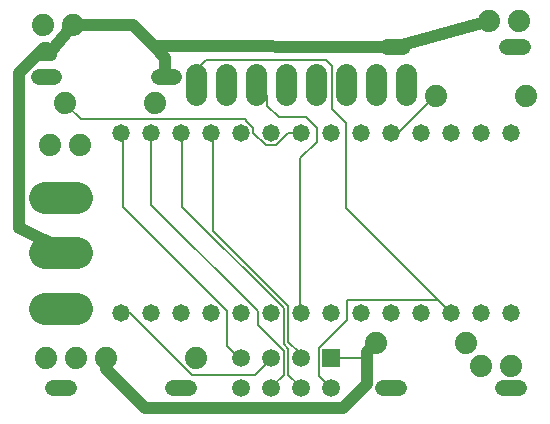
<source format=gbr>
G04 EAGLE Gerber RS-274X export*
G75*
%MOMM*%
%FSLAX34Y34*%
%LPD*%
%INBottom Copper*%
%IPPOS*%
%AMOC8*
5,1,8,0,0,1.08239X$1,22.5*%
G01*
%ADD10C,1.320800*%
%ADD11C,1.879600*%
%ADD12R,1.508000X1.508000*%
%ADD13C,1.508000*%
%ADD14C,2.705100*%
%ADD15C,1.778000*%
%ADD16C,1.473200*%
%ADD17C,1.000000*%
%ADD18C,0.200000*%
%ADD19C,1.016000*%


D10*
X-81788Y115824D02*
X-94996Y115824D01*
X-183388Y115824D02*
X-196596Y115824D01*
X196596Y-147828D02*
X209804Y-147828D01*
X108204Y-147828D02*
X94996Y-147828D01*
X-171196Y-147828D02*
X-184404Y-147828D01*
X-82804Y-147828D02*
X-69596Y-147828D01*
X98298Y140970D02*
X111506Y140970D01*
X199898Y140970D02*
X213106Y140970D01*
D11*
X-186944Y58420D03*
X-161544Y58420D03*
X-167640Y159766D03*
X-193040Y159766D03*
X203200Y-128778D03*
X177800Y-128778D03*
X-190500Y-122428D03*
X-165100Y-122428D03*
X184150Y162814D03*
X209550Y162814D03*
D12*
X50800Y-122428D03*
D13*
X-25400Y-147828D03*
X0Y-147828D03*
X25400Y-147828D03*
X50800Y-147828D03*
X25400Y-122428D03*
X0Y-122428D03*
X-25400Y-122428D03*
D11*
X215900Y99822D03*
X139700Y99822D03*
X-139700Y-122428D03*
X-63500Y-122428D03*
X-98044Y93472D03*
X-174244Y93472D03*
X88900Y-109728D03*
X165100Y-109728D03*
D14*
X-164275Y13462D02*
X-191326Y13462D01*
X-191326Y-33528D02*
X-164275Y-33528D01*
X-164275Y-80518D02*
X-191326Y-80518D01*
D15*
X12700Y100330D02*
X12700Y118110D01*
X38100Y118110D02*
X38100Y100330D01*
X-12700Y100330D02*
X-12700Y118110D01*
X-38100Y118110D02*
X-38100Y100330D01*
X-63500Y100330D02*
X-63500Y118110D01*
X63500Y118110D02*
X63500Y100330D01*
X88900Y100330D02*
X88900Y118110D01*
X114300Y118110D02*
X114300Y100330D01*
D16*
X203200Y68072D03*
X177800Y68072D03*
X152400Y68072D03*
X127000Y68072D03*
X101600Y68072D03*
X76200Y68072D03*
X50800Y68072D03*
X25400Y68072D03*
X0Y68072D03*
X-25400Y68072D03*
X-50800Y68072D03*
X-76200Y68072D03*
X-101600Y68072D03*
X-127000Y68072D03*
X-127000Y-84328D03*
X-101600Y-84328D03*
X-76200Y-84328D03*
X-50800Y-84328D03*
X-25400Y-84328D03*
X0Y-84328D03*
X25400Y-84328D03*
X50800Y-84328D03*
X76200Y-84328D03*
X101600Y-84328D03*
X127000Y-84328D03*
X152400Y-84328D03*
X177800Y-84328D03*
X203200Y-84328D03*
D17*
X-139700Y-122428D02*
X-139700Y-131572D01*
X-106680Y-164592D01*
X60960Y-164592D01*
X81224Y-144328D01*
X81392Y-144328D01*
X81224Y-144328D02*
X81224Y-122328D01*
X81224Y-117404D01*
X88900Y-109728D01*
D18*
X81224Y-122328D02*
X50800Y-122328D01*
X50800Y-122428D01*
X-75200Y5672D02*
X-75200Y67672D01*
X-75200Y5672D02*
X10800Y-80328D01*
X10800Y-110328D01*
X14800Y-114328D01*
X14800Y-136328D01*
X24800Y-146328D01*
X-75200Y67672D02*
X-76200Y68072D01*
X24800Y-146328D02*
X25400Y-147828D01*
X-101200Y7672D02*
X-101200Y67672D01*
X-101200Y7672D02*
X-11200Y-82328D01*
X-11200Y-94328D01*
X10800Y-116328D01*
X10800Y-136328D01*
X800Y-146328D01*
X-101200Y67672D02*
X-101600Y68072D01*
X800Y-146328D02*
X0Y-147828D01*
X-119200Y-84328D02*
X-127000Y-84328D01*
X-119200Y-84328D02*
X-67200Y-136328D01*
X-13200Y-136328D01*
X-1200Y-124328D01*
X0Y-122428D01*
X-125200Y5672D02*
X-125200Y67672D01*
X-125200Y5672D02*
X-37200Y-82328D01*
X-37200Y-112328D01*
X-27200Y-122328D01*
X-125200Y67672D02*
X-127000Y68072D01*
X-27200Y-122328D02*
X-25400Y-122428D01*
X24800Y-84328D02*
X25400Y-84328D01*
X38814Y72366D02*
X29694Y81486D01*
X38814Y72366D02*
X38814Y60730D01*
X24800Y46716D02*
X24800Y-84328D01*
X24800Y46716D02*
X38814Y60730D01*
X-3048Y99568D02*
X-12700Y109220D01*
X-3048Y99568D02*
X-3048Y91440D01*
X6906Y81486D01*
X29694Y81486D01*
X102800Y69672D02*
X108800Y69672D01*
X138800Y99672D01*
X102800Y69672D02*
X101600Y68072D01*
X138800Y99672D02*
X139700Y99822D01*
X-63200Y-122328D02*
X-63500Y-122428D01*
X-21200Y79672D02*
X-161200Y79672D01*
X-173200Y91672D01*
X-174244Y93472D01*
X-4294Y57706D02*
X4294Y57706D01*
X14660Y68072D02*
X25400Y68072D01*
X14660Y68072D02*
X4294Y57706D01*
X-4294Y57706D02*
X-15034Y68446D01*
X-15034Y72366D01*
X-21200Y78532D02*
X-21200Y79672D01*
X-21200Y78532D02*
X-15034Y72366D01*
X-88392Y115824D02*
X-89392Y116624D01*
D17*
X-117094Y159766D02*
X-167640Y159766D01*
X-177800Y-29091D02*
X-177800Y-33528D01*
D19*
X-99060Y141732D02*
X-117094Y159766D01*
X-99060Y141732D02*
X-89392Y132064D01*
X-89392Y116624D01*
D17*
X-167640Y159766D02*
X-184733Y139214D01*
X-213360Y-12192D02*
X-177800Y-29091D01*
X-213360Y-12192D02*
X-213360Y118872D01*
X104902Y140970D02*
X184150Y162814D01*
X104902Y140970D02*
X-99060Y141732D01*
X-198120Y134112D02*
X-213360Y118872D01*
X-198120Y134112D02*
X-192024Y140208D01*
X-184733Y139214D01*
X-185928Y134112D02*
X-198120Y134112D01*
D18*
X63198Y4874D02*
X140716Y-72644D01*
X152400Y-84328D01*
X-54912Y130000D02*
X-63500Y121412D01*
X-63500Y109220D01*
X64008Y-73152D02*
X64008Y-89897D01*
X40260Y-113645D01*
X64008Y-73152D02*
X140208Y-73152D01*
X140716Y-72644D01*
X50800Y-147828D02*
X40260Y-137288D01*
X40260Y-113645D01*
X51610Y125174D02*
X46784Y130000D01*
X51610Y125174D02*
X51610Y88598D01*
X63198Y77010D01*
X63198Y4874D01*
X46784Y130000D02*
X-54912Y130000D01*
X-49200Y67672D02*
X-49200Y-14328D01*
X14800Y-78328D01*
X14800Y-108328D01*
X24800Y-118328D01*
X24800Y-122328D01*
X-49200Y67672D02*
X-50800Y68072D01*
X24800Y-122328D02*
X25400Y-122428D01*
M02*

</source>
